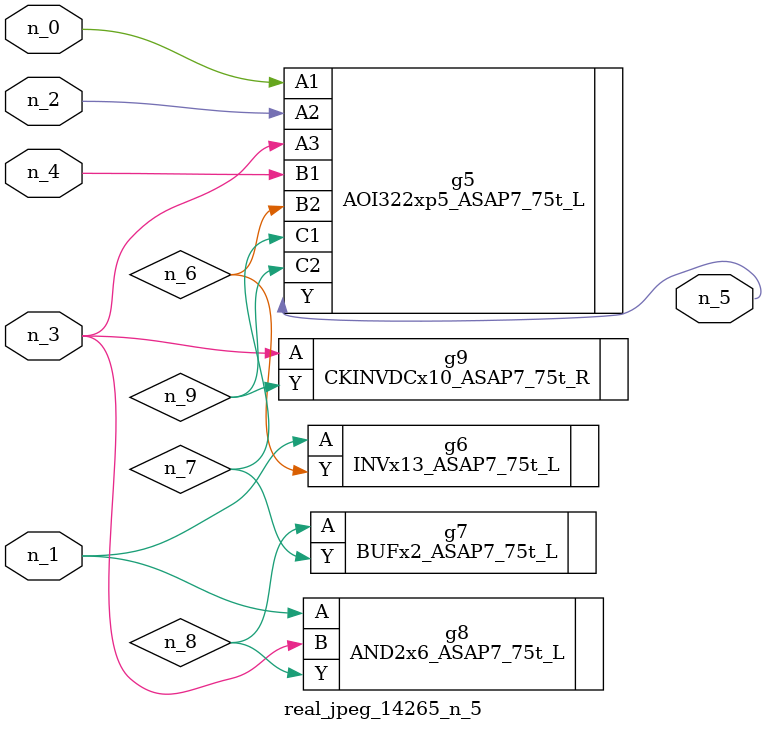
<source format=v>
module real_jpeg_14265_n_5 (n_4, n_0, n_1, n_2, n_3, n_5);

input n_4;
input n_0;
input n_1;
input n_2;
input n_3;

output n_5;

wire n_8;
wire n_6;
wire n_7;
wire n_9;

AOI322xp5_ASAP7_75t_L g5 ( 
.A1(n_0),
.A2(n_2),
.A3(n_3),
.B1(n_4),
.B2(n_6),
.C1(n_7),
.C2(n_9),
.Y(n_5)
);

INVx13_ASAP7_75t_L g6 ( 
.A(n_1),
.Y(n_6)
);

AND2x6_ASAP7_75t_L g8 ( 
.A(n_1),
.B(n_3),
.Y(n_8)
);

CKINVDCx10_ASAP7_75t_R g9 ( 
.A(n_3),
.Y(n_9)
);

BUFx2_ASAP7_75t_L g7 ( 
.A(n_8),
.Y(n_7)
);


endmodule
</source>
